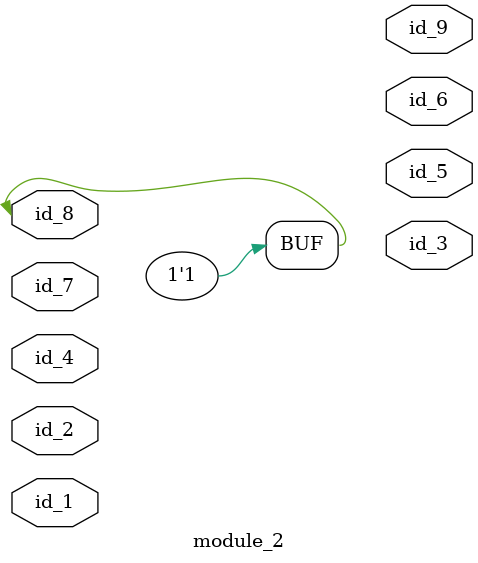
<source format=v>
module module_0 ();
  wire id_2;
  module_2 modCall_1 (
      id_2,
      id_2,
      id_2,
      id_2,
      id_2,
      id_2,
      id_2,
      id_2,
      id_2
  );
  assign modCall_1.id_8 = 0;
endmodule
module module_1 (
    id_1,
    id_2,
    id_3,
    id_4,
    id_5,
    id_6,
    id_7,
    id_8,
    id_9,
    id_10
);
  inout wire id_10;
  output wire id_9;
  inout wire id_8;
  input wire id_7;
  inout wire id_6;
  input wire id_5;
  inout wire id_4;
  input wire id_3;
  input wire id_2;
  inout wire id_1;
  supply1 id_11;
  wire id_12;
  assign id_11 = 1;
  module_0 modCall_1 ();
endmodule
module module_2 (
    id_1,
    id_2,
    id_3,
    id_4,
    id_5,
    id_6,
    id_7,
    id_8,
    id_9
);
  output wire id_9;
  inout wire id_8;
  input wire id_7;
  output wire id_6;
  output wire id_5;
  inout wire id_4;
  output wire id_3;
  input wire id_2;
  inout wire id_1;
  assign id_8 = 1;
endmodule

</source>
